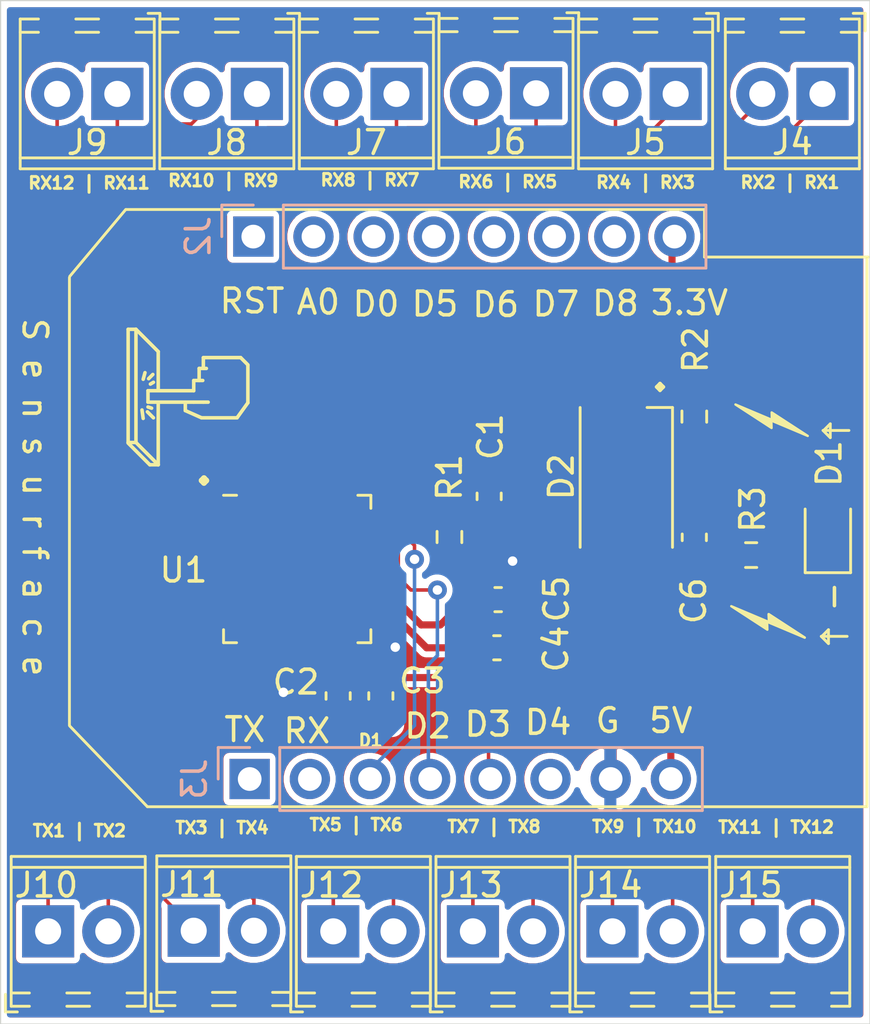
<source format=kicad_pcb>
(kicad_pcb (version 20171130) (host pcbnew "(5.1.10)-1")
  (layers (0 F.Cu signal) (31 B.Cu signal) (34 B.Paste user) (35 F.Paste user) (36 B.SilkS user) (37 F.SilkS user) (38 B.Mask user) (39 F.Mask user) (44 Edge.Cuts user))
  (net 0 "")
  (net 1 VDDA)
  (net 2 GND)
  (net 3 VCC)
  (net 4 "Net-(C6-Pad1)")
  (net 5 GPIO15)
  (net 6 GPIO13)
  (net 7 GPIO12)
  (net 8 GPIO14)
  (net 9 GPIO16)
  (net 10 ADC0)
  (net 11 RST)
  (net 12 RX12)
  (net 13 RX11)
  (net 14 RX10)
  (net 15 RX9)
  (net 16 RX8)
  (net 17 RX7)
  (net 18 RX6)
  (net 19 RX5)
  (net 20 RX4)
  (net 21 RX3)
  (net 22 RX2)
  (net 23 RX1)
  (net 24 5V)
  (net 25 GPIO2)
  (net 26 GPIO0)
  (net 27 SDA)
  (net 28 GPIO3)
  (net 29 GPIO1)
  (net 30 TX12)
  (net 31 TX11)
  (net 32 TX10)
  (net 33 TX9)
  (net 34 TX8)
  (net 35 TX7)
  (net 36 TX6)
  (net 37 TX5)
  (net 38 TX4)
  (net 39 TX3)
  (net 40 TX2)
  (net 41 TX1)
  (net 42 SDL)
  (net 43 "Net-(U1-Pad32)")
  (net 44 "Net-(U1-Pad31)")
  (net 45 "Net-(U1-Pad30)")
  (net 46 "Net-(U1-Pad29)")
  (net 47 "Net-(U1-Pad22)")
  (net 48 "Net-(U1-Pad21)")
  (net 49 "Net-(U1-Pad20)")
  (net 50 "Net-(U1-Pad19)")
  (net 51 "Net-(U1-Pad18)")
  (net 52 "Net-(U1-Pad17)")
  (net 53 "Net-(U1-Pad16)")
  (net 54 "Net-(U1-Pad15)")
  (net 55 "Net-(U1-Pad14)")
  (net 56 "Net-(D2-Pad1)")
  (net 57 "Net-(D2-Pad3)")
  (net 58 "Net-(D1-Pad1)")
  (net 59 "Net-(C2-Pad2)")
  (net 60 "Net-(C4-Pad1)")
  (module Capacitor_SMD:C_0603_1608Metric (layer F.Cu) (at 162.306 44.1198)
    (fp_text reference C5 (at 2.4638 -0.0254 90) (layer F.SilkS))
    (fp_text value C_Dummy)
    (pad 2 smd roundrect (at 0.775 0) (size 0.9 0.95) (layers F.Cu F.Paste F.Mask) (net 2 GND))
    (pad 1 smd roundrect (at -0.775 0) (size 0.9 0.95) (layers F.Cu F.Paste F.Mask) (net 3 VCC))
  )
  (module Package_DFN_QFN:QFN-48-1EP_6x6mm_P0.4mm_EP4.2x4.2mm (layer F.Cu) (at 153.8224 42.8274)
    (fp_text reference U1 (at -4.8006 0.0478) (layer F.SilkS))
    (fp_text value FT5316DME)
    (pad 49 smd rect (at 0 0) (size 4.2 4.2) (layers F.Cu F.Mask) (net 2 GND))
    (pad 48 smd roundrect (at -2.2 -2.95) (size 0.2 0.85) (layers F.Cu F.Paste F.Mask) (net 12 RX12))
    (pad 47 smd roundrect (at -1.8 -2.95) (size 0.2 0.85) (layers F.Cu F.Paste F.Mask) (net 13 RX11))
    (pad 46 smd roundrect (at -1.4 -2.95) (size 0.2 0.85) (layers F.Cu F.Paste F.Mask) (net 14 RX10))
    (pad 45 smd roundrect (at -1 -2.95) (size 0.2 0.85) (layers F.Cu F.Paste F.Mask) (net 15 RX9))
    (pad 44 smd roundrect (at -0.6 -2.95) (size 0.2 0.85) (layers F.Cu F.Paste F.Mask) (net 16 RX8))
    (pad 43 smd roundrect (at -0.2 -2.95) (size 0.2 0.85) (layers F.Cu F.Paste F.Mask) (net 17 RX7))
    (pad 42 smd roundrect (at 0.2 -2.95) (size 0.2 0.85) (layers F.Cu F.Paste F.Mask) (net 18 RX6))
    (pad 41 smd roundrect (at 0.6 -2.95) (size 0.2 0.85) (layers F.Cu F.Paste F.Mask) (net 19 RX5))
    (pad 40 smd roundrect (at 1 -2.95) (size 0.2 0.85) (layers F.Cu F.Paste F.Mask) (net 20 RX4))
    (pad 39 smd roundrect (at 1.4 -2.95) (size 0.2 0.85) (layers F.Cu F.Paste F.Mask) (net 21 RX3))
    (pad 38 smd roundrect (at 1.8 -2.95) (size 0.2 0.85) (layers F.Cu F.Paste F.Mask) (net 22 RX2))
    (pad 37 smd roundrect (at 2.2 -2.95) (size 0.2 0.85) (layers F.Cu F.Paste F.Mask) (net 23 RX1))
    (pad 36 smd roundrect (at 2.95 -2.2) (size 0.85 0.2) (layers F.Cu F.Paste F.Mask) (net 1 VDDA))
    (pad 35 smd roundrect (at 2.95 -1.8) (size 0.85 0.2) (layers F.Cu F.Paste F.Mask) (net 3 VCC))
    (pad 34 smd roundrect (at 2.95 -1.4) (size 0.85 0.2) (layers F.Cu F.Paste F.Mask) (net 42 SDL))
    (pad 33 smd roundrect (at 2.95 -1) (size 0.85 0.2) (layers F.Cu F.Paste F.Mask) (net 27 SDA))
    (pad 32 smd roundrect (at 2.95 -0.6) (size 0.85 0.2) (layers F.Cu F.Paste F.Mask) (net 43 "Net-(U1-Pad32)"))
    (pad 31 smd roundrect (at 2.95 -0.2) (size 0.85 0.2) (layers F.Cu F.Paste F.Mask) (net 44 "Net-(U1-Pad31)"))
    (pad 30 smd roundrect (at 2.95 0.2) (size 0.85 0.2) (layers F.Cu F.Paste F.Mask) (net 45 "Net-(U1-Pad30)"))
    (pad 29 smd roundrect (at 2.95 0.6) (size 0.85 0.2) (layers F.Cu F.Paste F.Mask) (net 46 "Net-(U1-Pad29)"))
    (pad 28 smd roundrect (at 2.95 1) (size 0.85 0.2) (layers F.Cu F.Paste F.Mask) (net 3 VCC))
    (pad 27 smd roundrect (at 2.95 1.4) (size 0.85 0.2) (layers F.Cu F.Paste F.Mask) (net 60 "Net-(C4-Pad1)"))
    (pad 26 smd roundrect (at 2.95 1.8) (size 0.85 0.2) (layers F.Cu F.Paste F.Mask) (net 2 GND))
    (pad 25 smd roundrect (at 2.95 2.2) (size 0.85 0.2) (layers F.Cu F.Paste F.Mask) (net 2 GND))
    (pad 24 smd roundrect (at 2.2 2.95) (size 0.2 0.85) (layers F.Cu F.Paste F.Mask) (net 3 VCC))
    (pad 23 smd roundrect (at 1.8 2.95) (size 0.2 0.85) (layers F.Cu F.Paste F.Mask) (net 59 "Net-(C2-Pad2)"))
    (pad 22 smd roundrect (at 1.4 2.95) (size 0.2 0.85) (layers F.Cu F.Paste F.Mask) (net 47 "Net-(U1-Pad22)"))
    (pad 21 smd roundrect (at 1 2.95) (size 0.2 0.85) (layers F.Cu F.Paste F.Mask) (net 48 "Net-(U1-Pad21)"))
    (pad 20 smd roundrect (at 0.6 2.95) (size 0.2 0.85) (layers F.Cu F.Paste F.Mask) (net 49 "Net-(U1-Pad20)"))
    (pad 19 smd roundrect (at 0.2 2.95) (size 0.2 0.85) (layers F.Cu F.Paste F.Mask) (net 50 "Net-(U1-Pad19)"))
    (pad 18 smd roundrect (at -0.2 2.95) (size 0.2 0.85) (layers F.Cu F.Paste F.Mask) (net 51 "Net-(U1-Pad18)"))
    (pad 17 smd roundrect (at -0.6 2.95) (size 0.2 0.85) (layers F.Cu F.Paste F.Mask) (net 52 "Net-(U1-Pad17)"))
    (pad 16 smd roundrect (at -1 2.95) (size 0.2 0.85) (layers F.Cu F.Paste F.Mask) (net 53 "Net-(U1-Pad16)"))
    (pad 15 smd roundrect (at -1.4 2.95) (size 0.2 0.85) (layers F.Cu F.Paste F.Mask) (net 54 "Net-(U1-Pad15)"))
    (pad 14 smd roundrect (at -1.8 2.95) (size 0.2 0.85) (layers F.Cu F.Paste F.Mask) (net 55 "Net-(U1-Pad14)"))
    (pad 13 smd roundrect (at -2.2 2.95) (size 0.2 0.85) (layers F.Cu F.Paste F.Mask) (net 30 TX12))
    (pad 12 smd roundrect (at -2.95 2.2) (size 0.85 0.2) (layers F.Cu F.Paste F.Mask) (net 31 TX11))
    (pad 11 smd roundrect (at -2.95 1.8) (size 0.85 0.2) (layers F.Cu F.Paste F.Mask) (net 32 TX10))
    (pad 10 smd roundrect (at -2.95 1.4) (size 0.85 0.2) (layers F.Cu F.Paste F.Mask) (net 33 TX9))
    (pad 9 smd roundrect (at -2.95 1) (size 0.85 0.2) (layers F.Cu F.Paste F.Mask) (net 34 TX8))
    (pad 8 smd roundrect (at -2.95 0.6) (size 0.85 0.2) (layers F.Cu F.Paste F.Mask) (net 35 TX7))
    (pad 7 smd roundrect (at -2.95 0.2) (size 0.85 0.2) (layers F.Cu F.Paste F.Mask) (net 36 TX6))
    (pad 6 smd roundrect (at -2.95 -0.2) (size 0.85 0.2) (layers F.Cu F.Paste F.Mask) (net 37 TX5))
    (pad 5 smd roundrect (at -2.95 -0.6) (size 0.85 0.2) (layers F.Cu F.Paste F.Mask) (net 38 TX4))
    (pad 4 smd roundrect (at -2.95 -1) (size 0.85 0.2) (layers F.Cu F.Paste F.Mask) (net 39 TX3))
    (pad 3 smd roundrect (at -2.95 -1.4) (size 0.85 0.2) (layers F.Cu F.Paste F.Mask) (net 40 TX2))
    (pad 2 smd roundrect (at -2.95 -1.8) (size 0.85 0.2) (layers F.Cu F.Paste F.Mask) (net 41 TX1))
    (pad 1 smd roundrect (at -2.95 -2.2) (size 0.85 0.2) (layers F.Cu F.Paste F.Mask) (net 2 GND))
  )
  (module Connector_PinHeader_2.54mm:PinHeader_1x08_P2.54mm_Vertical (layer B.Cu) (at 151.9682 28.8036 270)
    (fp_text reference J2 (at 0 2.33 270) (layer B.SilkS) (effects (justify mirror)))
    (fp_text value Conn_01x08_MountingPin)
    (pad 8 thru_hole oval (at 0 -17.78 270) (size 1.7 1.7) (drill 1) (layers *.Cu *.Mask) (net 3 VCC))
    (pad 7 thru_hole oval (at 0 -15.24 270) (size 1.7 1.7) (drill 1) (layers *.Cu *.Mask) (net 5 GPIO15))
    (pad 6 thru_hole oval (at 0 -12.7 270) (size 1.7 1.7) (drill 1) (layers *.Cu *.Mask) (net 6 GPIO13))
    (pad 5 thru_hole oval (at 0 -10.16 270) (size 1.7 1.7) (drill 1) (layers *.Cu *.Mask) (net 7 GPIO12))
    (pad 4 thru_hole oval (at 0 -7.62 270) (size 1.7 1.7) (drill 1) (layers *.Cu *.Mask) (net 8 GPIO14))
    (pad 3 thru_hole oval (at 0 -5.08 270) (size 1.7 1.7) (drill 1) (layers *.Cu *.Mask) (net 9 GPIO16))
    (pad 2 thru_hole oval (at 0 -2.54 270) (size 1.7 1.7) (drill 1) (layers *.Cu *.Mask) (net 10 ADC0))
    (pad 1 thru_hole rect (at 0 0 270) (size 1.7 1.7) (drill 1) (layers *.Cu *.Mask) (net 11 RST))
  )
  (module Resistor_SMD:R_0603_1608Metric (layer F.Cu) (at 172.9862 42.2402)
    (fp_text reference R3 (at 0.064 -1.9304 90) (layer F.SilkS))
    (fp_text value 220)
    (pad 2 smd roundrect (at 0.825 0) (size 0.8 0.95) (layers F.Cu F.Paste F.Mask) (net 58 "Net-(D1-Pad1)"))
    (pad 1 smd roundrect (at -0.825 0) (size 0.8 0.95) (layers F.Cu F.Paste F.Mask) (net 2 GND))
  )
  (module "COMPONENT LIB:TerminalBlock_Phoenix_MPT-0,5-2-2.54_1x02_P2.54mm_Horizontal" (layer F.Cu) (at 173.0502 58.1152)
    (fp_text reference J15 (at -0.0762 -1.9502) (layer F.SilkS))
    (fp_text value Conn_01x02_Female)
    (pad 2 thru_hole circle (at 2.54 0) (size 2.2 2.2) (drill 1.1) (layers *.Cu *.Mask) (net 30 TX12))
    (pad 1 thru_hole rect (at 0 0) (size 2.2 2.2) (drill 1.1) (layers *.Cu *.Mask) (net 31 TX11))
  )
  (module "COMPONENT LIB:TerminalBlock_Phoenix_MPT-0,5-2-2.54_1x02_P2.54mm_Horizontal" (layer F.Cu) (at 167.132 58.1152)
    (fp_text reference J14 (at -0.0762 -1.9502) (layer F.SilkS))
    (fp_text value Conn_01x02_Female)
    (pad 2 thru_hole circle (at 2.54 0) (size 2.2 2.2) (drill 1.1) (layers *.Cu *.Mask) (net 32 TX10))
    (pad 1 thru_hole rect (at 0 0) (size 2.2 2.2) (drill 1.1) (layers *.Cu *.Mask) (net 33 TX9))
  )
  (module "COMPONENT LIB:TerminalBlock_Phoenix_MPT-0,5-2-2.54_1x02_P2.54mm_Horizontal" (layer F.Cu) (at 161.2392 58.1152)
    (fp_text reference J13 (at -0.0762 -1.9502) (layer F.SilkS))
    (fp_text value Conn_01x02_Female)
    (pad 2 thru_hole circle (at 2.54 0) (size 2.2 2.2) (drill 1.1) (layers *.Cu *.Mask) (net 34 TX8))
    (pad 1 thru_hole rect (at 0 0) (size 2.2 2.2) (drill 1.1) (layers *.Cu *.Mask) (net 35 TX7))
  )
  (module "COMPONENT LIB:TerminalBlock_Phoenix_MPT-0,5-2-2.54_1x02_P2.54mm_Horizontal" (layer F.Cu) (at 155.3464 58.1152)
    (fp_text reference J12 (at -0.0762 -1.9502) (layer F.SilkS))
    (fp_text value Conn_01x02_Female)
    (pad 2 thru_hole circle (at 2.54 0) (size 2.2 2.2) (drill 1.1) (layers *.Cu *.Mask) (net 36 TX6))
    (pad 1 thru_hole rect (at 0 0) (size 2.2 2.2) (drill 1.1) (layers *.Cu *.Mask) (net 37 TX5))
  )
  (module "COMPONENT LIB:TerminalBlock_Phoenix_MPT-0,5-2-2.54_1x02_P2.54mm_Horizontal" (layer F.Cu) (at 149.4536 58.0898)
    (fp_text reference J11 (at -0.0762 -1.9502) (layer F.SilkS))
    (fp_text value Conn_01x02_Female)
    (pad 2 thru_hole circle (at 2.54 0) (size 2.2 2.2) (drill 1.1) (layers *.Cu *.Mask) (net 38 TX4))
    (pad 1 thru_hole rect (at 0 0) (size 2.2 2.2) (drill 1.1) (layers *.Cu *.Mask) (net 39 TX3))
  )
  (module "COMPONENT LIB:TerminalBlock_Phoenix_MPT-0,5-2-2.54_1x02_P2.54mm_Horizontal" (layer F.Cu) (at 143.3068 58.1152)
    (fp_text reference J10 (at -0.0762 -1.9502) (layer F.SilkS))
    (fp_text value Conn_01x02_Female)
    (pad 2 thru_hole circle (at 2.54 0) (size 2.2 2.2) (drill 1.1) (layers *.Cu *.Mask) (net 40 TX2))
    (pad 1 thru_hole rect (at 0 0) (size 2.2 2.2) (drill 1.1) (layers *.Cu *.Mask) (net 41 TX1))
  )
  (module "COMPONENT LIB:TerminalBlock_Phoenix_MPT-0,5-2-2.54_1x02_P2.54mm_Horizontal" (layer F.Cu) (at 146.2278 22.7838 180)
    (fp_text reference J9 (at 1.27 -2.0518) (layer F.SilkS))
    (fp_text value Conn_01x02_Female)
    (pad 2 thru_hole circle (at 2.54 0 180) (size 2.2 2.2) (drill 1.1) (layers *.Cu *.Mask) (net 12 RX12))
    (pad 1 thru_hole rect (at 0 0 180) (size 2.2 2.2) (drill 1.1) (layers *.Cu *.Mask) (net 13 RX11))
  )
  (module "COMPONENT LIB:TerminalBlock_Phoenix_MPT-0,5-2-2.54_1x02_P2.54mm_Horizontal" (layer F.Cu) (at 152.1206 22.7838 180)
    (fp_text reference J8 (at 1.27 -2.0518) (layer F.SilkS))
    (fp_text value Conn_01x02_Female)
    (pad 2 thru_hole circle (at 2.54 0 180) (size 2.2 2.2) (drill 1.1) (layers *.Cu *.Mask) (net 14 RX10))
    (pad 1 thru_hole rect (at 0 0 180) (size 2.2 2.2) (drill 1.1) (layers *.Cu *.Mask) (net 15 RX9))
  )
  (module "COMPONENT LIB:TerminalBlock_Phoenix_MPT-0,5-2-2.54_1x02_P2.54mm_Horizontal" (layer F.Cu) (at 158.0134 22.7838 180)
    (fp_text reference J7 (at 1.27 -2.0518) (layer F.SilkS))
    (fp_text value Conn_01x02_Female)
    (pad 2 thru_hole circle (at 2.54 0 180) (size 2.2 2.2) (drill 1.1) (layers *.Cu *.Mask) (net 16 RX8))
    (pad 1 thru_hole rect (at 0 0 180) (size 2.2 2.2) (drill 1.1) (layers *.Cu *.Mask) (net 17 RX7))
  )
  (module "COMPONENT LIB:TerminalBlock_Phoenix_MPT-0,5-2-2.54_1x02_P2.54mm_Horizontal" (layer F.Cu) (at 163.9062 22.7584 180)
    (fp_text reference J6 (at 1.27 -2.0518) (layer F.SilkS))
    (fp_text value Conn_01x02_Female)
    (pad 2 thru_hole circle (at 2.54 0 180) (size 2.2 2.2) (drill 1.1) (layers *.Cu *.Mask) (net 18 RX6))
    (pad 1 thru_hole rect (at 0 0 180) (size 2.2 2.2) (drill 1.1) (layers *.Cu *.Mask) (net 19 RX5))
  )
  (module "COMPONENT LIB:TerminalBlock_Phoenix_MPT-0,5-2-2.54_1x02_P2.54mm_Horizontal" (layer F.Cu) (at 169.799 22.7838 180)
    (fp_text reference J5 (at 1.27 -2.0518) (layer F.SilkS))
    (fp_text value Conn_01x02_Female)
    (pad 2 thru_hole circle (at 2.54 0 180) (size 2.2 2.2) (drill 1.1) (layers *.Cu *.Mask) (net 20 RX4))
    (pad 1 thru_hole rect (at 0 0 180) (size 2.2 2.2) (drill 1.1) (layers *.Cu *.Mask) (net 21 RX3))
  )
  (module "COMPONENT LIB:TerminalBlock_Phoenix_MPT-0,5-2-2.54_1x02_P2.54mm_Horizontal" (layer F.Cu) (at 175.9966 22.7838 180)
    (fp_text reference J4 (at 1.27 -2.0518) (layer F.SilkS))
    (fp_text value Conn_01x02_Female)
    (pad 2 thru_hole circle (at 2.54 0 180) (size 2.2 2.2) (drill 1.1) (layers *.Cu *.Mask) (net 22 RX2))
    (pad 1 thru_hole rect (at 0 0 180) (size 2.2 2.2) (drill 1.1) (layers *.Cu *.Mask) (net 23 RX1))
  )
  (module LED_SMD:LED_SK6812MINI_PLCC4_3.5x3.5mm_P1.75mm (layer F.Cu) (at 167.7162 38.9636 90)
    (fp_text reference D2 (at 0.0254 -2.7432 90) (layer F.SilkS))
    (fp_text value SK6812MINI)
    (pad 1 smd rect (at -1.75 -0.875 90) (size 1.6 0.85) (layers F.Cu F.Paste F.Mask) (net 56 "Net-(D2-Pad1)"))
    (pad 2 smd rect (at -1.75 0.875 90) (size 1.6 0.85) (layers F.Cu F.Paste F.Mask) (net 4 "Net-(C6-Pad1)"))
    (pad 4 smd rect (at 1.75 -0.875 90) (size 1.6 0.85) (layers F.Cu F.Paste F.Mask) (net 24 5V))
    (pad 3 smd rect (at 1.75 0.875 90) (size 1.6 0.85) (layers F.Cu F.Paste F.Mask) (net 57 "Net-(D2-Pad3)"))
  )
  (module Resistor_SMD:R_0603_1608Metric (layer F.Cu) (at 170.5864 36.3982 90)
    (fp_text reference R2 (at 2.8194 0.0508 90) (layer F.SilkS))
    (fp_text value 470)
    (pad 2 smd roundrect (at 0.825 0 90) (size 0.8 0.95) (layers F.Cu F.Paste F.Mask) (net 26 GPIO0))
    (pad 1 smd roundrect (at -0.825 0 90) (size 0.8 0.95) (layers F.Cu F.Paste F.Mask) (net 57 "Net-(D2-Pad3)"))
  )
  (module Resistor_SMD:R_0603_1608Metric (layer F.Cu) (at 160.2486 41.4782 270)
    (fp_text reference R1 (at -2.5146 0 270) (layer F.SilkS))
    (fp_text value 330)
    (pad 2 smd roundrect (at 0.825 0 270) (size 0.8 0.95) (layers F.Cu F.Paste F.Mask) (net 3 VCC))
    (pad 1 smd roundrect (at -0.825 0 270) (size 0.8 0.95) (layers F.Cu F.Paste F.Mask) (net 1 VDDA))
  )
  (module Connector_PinHeader_2.54mm:PinHeader_1x08_P2.54mm_Vertical (layer B.Cu) (at 151.8158 51.689 270)
    (fp_text reference J3 (at 0 2.33 270) (layer B.SilkS) (effects (justify mirror)))
    (fp_text value Conn_01x08_MountingPin)
    (pad 8 thru_hole oval (at 0 -17.78 270) (size 1.7 1.7) (drill 1) (layers *.Cu *.Mask) (net 24 5V))
    (pad 7 thru_hole oval (at 0 -15.24 270) (size 1.7 1.7) (drill 1) (layers *.Cu *.Mask) (net 2 GND))
    (pad 6 thru_hole oval (at 0 -12.7 270) (size 1.7 1.7) (drill 1) (layers *.Cu *.Mask) (net 25 GPIO2))
    (pad 5 thru_hole oval (at 0 -10.16 270) (size 1.7 1.7) (drill 1) (layers *.Cu *.Mask) (net 26 GPIO0))
    (pad 4 thru_hole oval (at 0 -7.62 270) (size 1.7 1.7) (drill 1) (layers *.Cu *.Mask) (net 27 SDA))
    (pad 3 thru_hole oval (at 0 -5.08 270) (size 1.7 1.7) (drill 1) (layers *.Cu *.Mask) (net 42 SDL))
    (pad 2 thru_hole oval (at 0 -2.54 270) (size 1.7 1.7) (drill 1) (layers *.Cu *.Mask) (net 28 GPIO3))
    (pad 1 thru_hole rect (at 0 0 270) (size 1.7 1.7) (drill 1) (layers *.Cu *.Mask) (net 29 GPIO1))
  )
  (module LED_SMD:LED_0805_2012Metric (layer F.Cu) (at 176.2252 41.2981 90)
    (fp_text reference D1 (at 2.921 0.0508 90) (layer F.SilkS))
    (fp_text value GREEN_LED)
    (pad 2 smd roundrect (at 0.9375 0 90) (size 0.975 1.4) (layers F.Cu F.Paste F.Mask) (net 3 VCC))
    (pad 1 smd roundrect (at -0.9375 0 90) (size 0.975 1.4) (layers F.Cu F.Paste F.Mask) (net 58 "Net-(D1-Pad1)"))
  )
  (module Capacitor_SMD:C_0603_1608Metric (layer F.Cu) (at 170.5864 41.4912 270)
    (fp_text reference C6 (at 2.6794 0.0254 90) (layer F.SilkS))
    (fp_text value 1µF)
    (pad 2 smd roundrect (at 0.775 0 270) (size 0.9 0.95) (layers F.Cu F.Paste F.Mask) (net 2 GND))
    (pad 1 smd roundrect (at -0.775 0 270) (size 0.9 0.95) (layers F.Cu F.Paste F.Mask) (net 4 "Net-(C6-Pad1)"))
  )
  (module Capacitor_SMD:C_0603_1608Metric (layer F.Cu) (at 162.2552 46.1518)
    (fp_text reference C4 (at 2.4892 0.0508 90) (layer F.SilkS))
    (fp_text value "1 µF")
    (pad 2 smd roundrect (at 0.775 0) (size 0.9 0.95) (layers F.Cu F.Paste F.Mask) (net 2 GND))
    (pad 1 smd roundrect (at -0.775 0) (size 0.9 0.95) (layers F.Cu F.Paste F.Mask) (net 60 "Net-(C4-Pad1)"))
  )
  (module Capacitor_SMD:C_0603_1608Metric (layer F.Cu) (at 157.353 48.1838 270)
    (fp_text reference C3 (at -0.635 -1.7526) (layer F.SilkS))
    (fp_text value "1 µF")
    (pad 2 smd roundrect (at 0.775 0 270) (size 0.9 0.95) (layers F.Cu F.Paste F.Mask) (net 2 GND))
    (pad 1 smd roundrect (at -0.775 0 270) (size 0.9 0.95) (layers F.Cu F.Paste F.Mask) (net 3 VCC))
  )
  (module Capacitor_SMD:C_0603_1608Metric (layer F.Cu) (at 155.5496 48.1838 90)
    (fp_text reference C2 (at 0.5842 -1.778) (layer F.SilkS))
    (fp_text value "1 µF")
    (pad 2 smd roundrect (at 0.775 0 90) (size 0.9 0.95) (layers F.Cu F.Paste F.Mask) (net 59 "Net-(C2-Pad2)"))
    (pad 1 smd roundrect (at -0.775 0 90) (size 0.9 0.95) (layers F.Cu F.Paste F.Mask) (net 2 GND))
  )
  (module Capacitor_SMD:C_0603_1608Metric (layer F.Cu) (at 161.925 39.7634 270)
    (fp_text reference C1 (at -2.5146 -0.0508 90) (layer F.SilkS))
    (fp_text value "1 µF")
    (pad 2 smd roundrect (at 0.775 0 270) (size 0.9 0.95) (layers F.Cu F.Paste F.Mask) (net 1 VDDA))
    (pad 1 smd roundrect (at -0.775 0 270) (size 0.9 0.95) (layers F.Cu F.Paste F.Mask) (net 2 GND))
  )
  (gr_line (start 149.86 33.909) (end 151.4348 33.909) (layer F.SilkS) (width 0.15))
  (gr_line (start 151.4348 33.909) (end 151.7396 34.2138) (layer F.SilkS) (width 0.15))
  (gr_text "S e n s u r f a c e" (at 142.748 39.8018 -90) (layer F.SilkS) (effects (font (size 1 1))))
  (gr_line (start 147.955 38.4302) (end 147.0152 37.4904) (layer F.SilkS) (width 0.15))
  (gr_line (start 147.0152 32.7152) (end 147.0152 37.4904) (layer F.SilkS) (width 0.15))
  (gr_line (start 149.4536 35.306) (end 147.5232 35.306) (layer F.SilkS) (width 0.15))
  (gr_line (start 147.955 35.814) (end 147.955 38.4302) (layer F.SilkS) (width 0.15))
  (gr_line (start 147.5232 35.306) (end 147.5232 35.7886) (layer F.SilkS) (width 0.15))
  (gr_line (start 149.86 35.7886) (end 150.0632 35.7886) (layer F.SilkS) (width 0.15))
  (gr_line (start 149.4536 35.7886) (end 149.86 35.7886) (layer F.SilkS) (width 0.15))
  (gr_line (start 149.86 34.3662) (end 149.86 33.909) (layer F.SilkS) (width 0.15))
  (gr_line (start 149.4536 34.8742) (end 149.8346 34.8742) (layer F.SilkS) (width 0.15))
  (gr_line (start 147.955 35.2806) (end 147.955 33.655) (layer F.SilkS) (width 0.15))
  (gr_line (start 147.5232 35.7886) (end 149.4536 35.7886) (layer F.SilkS) (width 0.15))
  (gr_line (start 149.6822 34.3662) (end 149.987 34.3662) (layer F.SilkS) (width 0.15))
  (gr_line (start 149.6822 34.8742) (end 149.6822 34.3662) (layer F.SilkS) (width 0.15))
  (gr_line (start 147.955 33.655) (end 147.0152 32.7152) (layer F.SilkS) (width 0.15))
  (gr_line (start 149.4536 35.306) (end 149.4536 34.8742) (layer F.SilkS) (width 0.15))
  (gr_line (start 147.4978 36.195) (end 147.7518 36.449) (layer F.SilkS) (width 0.15))
  (gr_line (start 147.5232 35.9918) (end 147.6756 36.0426) (layer F.SilkS) (width 0.15))
  (gr_line (start 149.098 36.1442) (end 149.7838 36.449) (layer F.SilkS) (width 0.15))
  (gr_line (start 149.7838 36.449) (end 151.2824 36.449) (layer F.SilkS) (width 0.15))
  (gr_line (start 147.5994 38.4302) (end 146.685 37.5158) (layer F.SilkS) (width 0.15))
  (gr_line (start 147.955 38.4302) (end 147.5994 38.4302) (layer F.SilkS) (width 0.15))
  (gr_line (start 146.685 32.7152) (end 146.685 37.4904) (layer F.SilkS) (width 0.15))
  (gr_line (start 147.32 34.8234) (end 147.3962 34.544) (layer F.SilkS) (width 0.15))
  (gr_line (start 147.0152 32.7152) (end 146.685 32.7152) (layer F.SilkS) (width 0.15))
  (gr_line (start 147.6248 35.0266) (end 147.7518 34.9504) (layer F.SilkS) (width 0.15))
  (gr_line (start 147.2692 36.1188) (end 147.32 36.4744) (layer F.SilkS) (width 0.15))
  (gr_line (start 149.098 35.7886) (end 149.098 36.1442) (layer F.SilkS) (width 0.15))
  (gr_line (start 151.2824 36.449) (end 151.7396 35.814) (layer F.SilkS) (width 0.15))
  (gr_line (start 146.685 37.4904) (end 147.0152 37.4904) (layer F.SilkS) (width 0.15))
  (gr_line (start 147.5486 34.798) (end 147.7264 34.6202) (layer F.SilkS) (width 0.15))
  (gr_line (start 151.7396 35.814) (end 151.7396 34.2392) (layer F.SilkS) (width 0.15))
  (gr_text . (at 169.1386 33.909) (layer F.SilkS) (effects (font (size 3 3))))
  (gr_text ".\n" (at 168.8338 35.433) (layer F.Cu) (effects (font (size 3 3) (thickness 0.3))))
  (gr_text - (at 176.4284 43.9928 90) (layer F.SilkS) (effects (font (size 1 1))))
  (gr_poly (pts (xy 172.14651 44.397025) (xy 173.6598 45.0342) (xy 173.67051 45.387625)) (layer F.SilkS) (width 0.1))
  (gr_text . (at 149.8854 38.2778) (layer F.SilkS) (effects (font (size 2 2) (thickness 0.25))))
  (gr_line (start 146.5834 27.6606) (end 144.2212 30.48) (layer F.SilkS) (width 0.12))
  (gr_line (start 147.4978 52.8574) (end 144.2212 49.4538) (layer F.SilkS) (width 0.12))
  (gr_line (start 171.0182 29.6672) (end 171.0182 27.6606) (layer F.SilkS) (width 0.12))
  (gr_line (start 177.927 29.6672) (end 171.0182 29.6672) (layer F.SilkS) (width 0.12))
  (gr_line (start 147.4978 52.8574) (end 177.8762 52.8574) (layer F.SilkS) (width 0.12))
  (gr_line (start 144.2064 30.5308) (end 144.2064 49.4284) (layer F.SilkS) (width 0.12))
  (gr_line (start 177.8762 29.6926) (end 177.8762 52.8574) (layer F.SilkS) (width 0.12))
  (gr_line (start 146.6088 27.6606) (end 171.0436 27.6606) (layer F.SilkS) (width 0.12))
  (gr_poly (pts (xy 175.24929 45.722175) (xy 173.736 45.085) (xy 173.72529 44.731575)) (layer F.SilkS) (width 0.1))
  (gr_poly (pts (xy 172.32431 35.888025) (xy 173.8376 36.5252) (xy 173.84831 36.878625)) (layer F.SilkS) (width 0.1))
  (gr_poly (pts (xy 175.37629 37.213175) (xy 173.863 36.576) (xy 173.85229 36.222575)) (layer F.SilkS) (width 0.1))
  (gr_poly (pts (xy 175.24929 45.722175) (xy 173.736 45.085) (xy 173.72529 44.731575)) (layer F.SilkS) (width 0.1))
  (gr_line (start 176.3268 36.703) (end 176.0474 36.9824) (layer F.SilkS) (width 0.12))
  (gr_line (start 176.3268 37.2872) (end 176.3268 36.703) (layer F.SilkS) (width 0.12))
  (gr_line (start 177.1142 36.9824) (end 176.022 36.9824) (layer F.SilkS) (width 0.12))
  (gr_line (start 176.022 36.9824) (end 176.3268 37.2872) (layer F.SilkS) (width 0.12))
  (gr_line (start 176.2506 45.3898) (end 175.9712 45.6692) (layer F.SilkS) (width 0.12))
  (gr_line (start 176.2506 45.974) (end 176.2506 45.3898) (layer F.SilkS) (width 0.12))
  (gr_line (start 175.9458 45.6692) (end 176.2506 45.974) (layer F.SilkS) (width 0.12))
  (gr_line (start 177.038 45.6692) (end 175.9458 45.6692) (layer F.SilkS) (width 0.12))
  (gr_line (start 141.3002 62.0268) (end 178.0032 62.0268) (layer Edge.Cuts) (width 0.05))
  (gr_line (start 141.3002 18.8468) (end 141.3002 62.0268) (layer Edge.Cuts) (width 0.05))
  (gr_line (start 178.0032 18.8468) (end 141.3002 18.8468) (layer Edge.Cuts) (width 0.05))
  (gr_line (start 178.0032 62.0268) (end 178.0032 18.8468) (layer Edge.Cuts) (width 0.05))
  (gr_text D8 (at 167.259 31.623) (layer F.SilkS) (effects (font (size 1 1))))
  (gr_text 3.3V (at 170.3832 31.5976) (layer F.SilkS) (effects (font (size 1 1))))
  (gr_text D7 (at 164.7444 31.6484) (layer F.SilkS) (effects (font (size 1 1))))
  (gr_text D6 (at 162.2044 31.6738) (layer F.SilkS) (effects (font (size 1 1))))
  (gr_text D5 (at 159.639 31.6484) (layer F.SilkS) (effects (font (size 1 1))))
  (gr_text D0 (at 157.1498 31.6484) (layer F.SilkS) (effects (font (size 1 1))))
  (gr_text A0 (at 154.7114 31.5722) (layer F.SilkS) (effects (font (size 1 1))))
  (gr_text RST (at 151.9174 31.5214) (layer F.SilkS) (effects (font (size 1 1))))
  (gr_text TX (at 151.6126 49.6062) (layer F.SilkS) (effects (font (size 1 1))))
  (gr_text RX (at 154.2288 49.657) (layer F.SilkS) (effects (font (size 1 1))))
  (gr_text D1 (at 156.9212 50.0634) (layer F.SilkS) (effects (font (size 0.5 0.5) (thickness 0.125))))
  (gr_text D2 (at 159.3342 49.4538) (layer F.SilkS) (effects (font (size 1 1))))
  (gr_text D3 (at 161.8742 49.3776) (layer F.SilkS) (effects (font (size 1 1))))
  (gr_text D4 (at 164.4142 49.3014) (layer F.SilkS) (effects (font (size 1 1))))
  (gr_text G (at 166.9288 49.2252) (layer F.SilkS) (effects (font (size 1 1))))
  (gr_text 5V (at 169.5958 49.2252) (layer F.SilkS) (effects (font (size 1 1))))
  (gr_text "TX7 | TX8" (at 162.1282 53.6956) (layer F.SilkS) (effects (font (size 0.5 0.5) (thickness 0.125))))
  (gr_text "TX5 | TX6" (at 156.3116 53.6194) (layer F.SilkS) (effects (font (size 0.5 0.5) (thickness 0.125))))
  (gr_text "TX3 | TX4" (at 150.6474 53.7464) (layer F.SilkS) (effects (font (size 0.5 0.5) (thickness 0.125))))
  (gr_text "TX9 | TX10" (at 168.4782 53.6956) (layer F.SilkS) (effects (font (size 0.5 0.5) (thickness 0.125))))
  (gr_text "TX1 | TX2" (at 144.6276 53.8734) (layer F.SilkS) (effects (font (size 0.5 0.5) (thickness 0.125))))
  (gr_text "TX11 | TX12" (at 174.0408 53.721) (layer F.SilkS) (effects (font (size 0.5 0.5) (thickness 0.125))))
  (gr_text "RX12 | RX11" (at 145.034 26.543) (layer F.SilkS) (effects (font (size 0.5 0.5) (thickness 0.125))))
  (gr_text "RX10 | RX9" (at 150.6982 26.4414) (layer F.SilkS) (effects (font (size 0.5 0.5) (thickness 0.125))))
  (gr_text "RX8 | RX7" (at 156.8958 26.416) (layer F.SilkS) (effects (font (size 0.5 0.5) (thickness 0.125))))
  (gr_text "RX6 | RX5" (at 162.7124 26.4922) (layer F.SilkS) (effects (font (size 0.5 0.5) (thickness 0.125))))
  (gr_text "RX4 | RX3" (at 168.529 26.5176) (layer F.SilkS) (effects (font (size 0.5 0.5) (thickness 0.125))))
  (gr_text "RX2 | RX1" (at 174.625 26.5176) (layer F.SilkS) (effects (font (size 0.5 0.5) (thickness 0.125))))
  (segment (start 160.2228 40.6274) (end 160.2486 40.6532) (width 0.3) (layer F.Cu) (net 1))
  (segment (start 156.7724 40.6274) (end 160.2228 40.6274) (width 0.3) (layer F.Cu) (net 1))
  (segment (start 161.595 40.6532) (end 161.6834 40.7416) (width 0.3) (layer F.Cu) (net 1))
  (segment (start 160.2486 40.6532) (end 161.595 40.6532) (width 0.3) (layer F.Cu) (net 1))
  (segment (start 153.8254 42.8244) (end 153.8224 42.8274) (width 0.3) (layer F.Cu) (net 2))
  (segment (start 153.9748 42.8244) (end 153.8254 42.8244) (width 0.3) (layer F.Cu) (net 2))
  (segment (start 153.8224 43.1292) (end 153.8224 42.8274) (width 0.3) (layer F.Cu) (net 2))
  (segment (start 153.8224 42.8274) (end 153.8224 42.8752) (width 0.3) (layer F.Cu) (net 2))
  (segment (start 153.9748 43.5102) (end 153.9748 42.8244) (width 0.3) (layer B.Cu) (net 2))
  (via (at 157.9626 46.1264) (size 0.8) (drill 0.4) (layers F.Cu B.Cu) (net 2))
  (segment (start 153.8224 42.8274) (end 154.2072 42.8274) (width 0.15) (layer F.Cu) (net 2))
  (segment (start 156.7724 45.0274) (end 156.7724 44.6274) (width 0.15) (layer F.Cu) (net 2))
  (segment (start 151.6224 40.6274) (end 153.8224 42.8274) (width 0.3) (layer F.Cu) (net 2))
  (segment (start 150.8724 40.6274) (end 151.6224 40.6274) (width 0.3) (layer F.Cu) (net 2))
  (segment (start 155.7224 44.7274) (end 153.8224 42.8274) (width 0.3) (layer F.Cu) (net 2))
  (segment (start 156.6724 44.7274) (end 155.7224 44.7274) (width 0.3) (layer F.Cu) (net 2))
  (segment (start 156.7724 44.6274) (end 156.6724 44.7274) (width 0.3) (layer F.Cu) (net 2))
  (via (at 162.9156 42.4942) (size 0.8) (drill 0.4) (layers F.Cu B.Cu) (net 2))
  (via (at 153.2382 48.0314) (size 0.8) (drill 0.4) (layers F.Cu B.Cu) (net 2))
  (segment (start 155.6224 47.3546) (end 155.6258 47.358) (width 0.3) (layer F.Cu) (net 59))
  (segment (start 161.595 42.3032) (end 161.6834 42.2148) (width 0.3) (layer F.Cu) (net 3))
  (segment (start 160.2486 42.3032) (end 161.595 42.3032) (width 0.3) (layer F.Cu) (net 3))
  (segment (start 158.9728 41.0274) (end 160.2486 42.3032) (width 0.3) (layer F.Cu) (net 3))
  (segment (start 156.7724 41.0274) (end 158.9728 41.0274) (width 0.3) (layer F.Cu) (net 3))
  (segment (start 166.8412 37.2136) (end 166.8412 37.2136) (width 0.3) (layer F.Cu) (net 24))
  (segment (start 169.6466 32.258) (end 169.6466 29.464) (width 0.3) (layer F.Cu) (net 3))
  (segment (start 161.6834 42.2148) (end 161.6834 42.2148) (width 0.3) (layer F.Cu) (net 3))
  (segment (start 162.8902 41.008) (end 161.6834 42.2148) (width 0.3) (layer F.Cu) (net 3))
  (segment (start 162.8902 35.9664) (end 162.8902 41.008) (width 0.3) (layer F.Cu) (net 3))
  (segment (start 166.5986 32.258) (end 162.8902 35.9664) (width 0.3) (layer F.Cu) (net 3))
  (segment (start 169.6466 32.258) (end 166.5986 32.258) (width 0.3) (layer F.Cu) (net 3))
  (segment (start 161.6834 43.6626) (end 161.6834 42.2148) (width 0.3) (layer F.Cu) (net 3))
  (segment (start 176.2506 38.862) (end 169.6466 32.258) (width 0.3) (layer F.Cu) (net 3))
  (segment (start 176.2506 40.3606) (end 176.2506 38.862) (width 0.3) (layer F.Cu) (net 3))
  (segment (start 155.6224 45.7774) (end 155.6224 46.4786) (width 0.15) (layer F.Cu) (net 59))
  (segment (start 155.6224 47.336) (end 155.5496 47.4088) (width 0.3) (layer F.Cu) (net 59))
  (segment (start 155.6224 46.4786) (end 155.6224 47.336) (width 0.3) (layer F.Cu) (net 59))
  (segment (start 156.0224 45.7774) (end 156.0224 46.2944) (width 0.15) (layer F.Cu) (net 3))
  (segment (start 156.0224 46.2944) (end 156.1592 46.4312) (width 0.15) (layer F.Cu) (net 3))
  (segment (start 156.3754 46.4312) (end 157.353 47.4088) (width 0.3) (layer F.Cu) (net 3))
  (segment (start 156.1592 46.4312) (end 156.3754 46.4312) (width 0.3) (layer F.Cu) (net 3))
  (segment (start 156.7724 43.8274) (end 157.6956 43.8274) (width 0.15) (layer F.Cu) (net 3))
  (segment (start 157.6956 43.8274) (end 158.0388 44.1706) (width 0.15) (layer F.Cu) (net 3))
  (segment (start 159.0548 45.1866) (end 158.0388 44.1706) (width 0.3) (layer F.Cu) (net 3))
  (segment (start 159.8676 45.1866) (end 159.0548 45.1866) (width 0.3) (layer F.Cu) (net 3))
  (segment (start 160.9344 44.1198) (end 159.8676 45.1866) (width 0.3) (layer F.Cu) (net 3))
  (segment (start 161.531 44.1198) (end 160.9344 44.1198) (width 0.3) (layer F.Cu) (net 3))
  (segment (start 162.8902 41.008) (end 162.8902 41.021) (width 0.3) (layer F.Cu) (net 3))
  (segment (start 162.8902 41.021) (end 164.1348 42.2656) (width 0.3) (layer F.Cu) (net 3))
  (segment (start 164.1348 42.2656) (end 164.1348 46.5328) (width 0.3) (layer F.Cu) (net 3))
  (segment (start 163.2588 47.4088) (end 157.353 47.4088) (width 0.3) (layer F.Cu) (net 3))
  (segment (start 164.1348 46.5328) (end 163.2588 47.4088) (width 0.3) (layer F.Cu) (net 3))
  (segment (start 168.5938 40.7162) (end 168.5912 40.7136) (width 0.3) (layer F.Cu) (net 4))
  (segment (start 170.434 40.7162) (end 168.5938 40.7162) (width 0.3) (layer F.Cu) (net 4))
  (segment (start 143.6878 22.7838) (end 143.6878 25.1206) (width 0.15) (layer F.Cu) (net 12))
  (segment (start 143.6878 25.1206) (end 144.6784 26.1112) (width 0.15) (layer F.Cu) (net 12))
  (segment (start 144.6784 26.1112) (end 144.6784 32.1564) (width 0.15) (layer F.Cu) (net 12))
  (segment (start 151.6224 39.1004) (end 151.6224 39.8774) (width 0.15) (layer F.Cu) (net 12))
  (segment (start 144.6784 32.1564) (end 151.6224 39.1004) (width 0.15) (layer F.Cu) (net 12))
  (segment (start 152.0224 39.8774) (end 152.0224 38.967) (width 0.15) (layer F.Cu) (net 13))
  (segment (start 152.0224 38.967) (end 145.034 31.9786) (width 0.15) (layer F.Cu) (net 13))
  (segment (start 145.034 31.9786) (end 145.034 26.0858) (width 0.15) (layer F.Cu) (net 13))
  (segment (start 146.2278 24.892) (end 146.2278 22.7838) (width 0.15) (layer F.Cu) (net 13))
  (segment (start 145.034 26.0858) (end 146.2278 24.892) (width 0.15) (layer F.Cu) (net 13))
  (segment (start 152.4224 38.7828) (end 152.4224 39.8774) (width 0.15) (layer F.Cu) (net 14))
  (segment (start 145.4404 26.2382) (end 145.4404 31.8008) (width 0.15) (layer F.Cu) (net 14))
  (segment (start 145.4404 31.8008) (end 152.4224 38.7828) (width 0.15) (layer F.Cu) (net 14))
  (segment (start 147.6248 24.0538) (end 145.4404 26.2382) (width 0.15) (layer F.Cu) (net 14))
  (segment (start 149.352 24.0538) (end 147.6248 24.0538) (width 0.15) (layer F.Cu) (net 14))
  (segment (start 149.5806 23.8252) (end 149.352 24.0538) (width 0.15) (layer F.Cu) (net 14))
  (segment (start 149.5806 22.7838) (end 149.5806 23.8252) (width 0.15) (layer F.Cu) (net 14))
  (segment (start 152.1206 24.2062) (end 152.1206 22.7838) (width 0.15) (layer F.Cu) (net 15))
  (segment (start 151.9428 24.384) (end 152.1206 24.2062) (width 0.15) (layer F.Cu) (net 15))
  (segment (start 147.8534 24.384) (end 151.9428 24.384) (width 0.15) (layer F.Cu) (net 15))
  (segment (start 145.796 26.4414) (end 147.8534 24.384) (width 0.15) (layer F.Cu) (net 15))
  (segment (start 145.796 31.496) (end 145.796 26.4414) (width 0.15) (layer F.Cu) (net 15))
  (segment (start 152.8224 38.5224) (end 145.796 31.496) (width 0.15) (layer F.Cu) (net 15))
  (segment (start 152.8224 39.8774) (end 152.8224 38.5224) (width 0.15) (layer F.Cu) (net 15))
  (segment (start 148.0058 24.7396) (end 155.0162 24.7396) (width 0.15) (layer F.Cu) (net 16))
  (segment (start 146.177 26.5684) (end 148.0058 24.7396) (width 0.15) (layer F.Cu) (net 16))
  (segment (start 155.0162 24.7396) (end 155.4734 24.2824) (width 0.15) (layer F.Cu) (net 16))
  (segment (start 146.177 31.369) (end 146.177 26.5684) (width 0.15) (layer F.Cu) (net 16))
  (segment (start 153.2224 38.4144) (end 146.177 31.369) (width 0.15) (layer F.Cu) (net 16))
  (segment (start 155.4734 24.2824) (end 155.4734 22.7838) (width 0.15) (layer F.Cu) (net 16))
  (segment (start 153.2224 39.8774) (end 153.2224 38.4144) (width 0.15) (layer F.Cu) (net 16))
  (segment (start 153.6224 39.8774) (end 153.6224 38.3318) (width 0.15) (layer F.Cu) (net 17))
  (segment (start 153.6224 38.3318) (end 146.6088 31.3182) (width 0.15) (layer F.Cu) (net 17))
  (segment (start 146.6088 31.3182) (end 146.6088 26.6954) (width 0.15) (layer F.Cu) (net 17))
  (segment (start 146.6088 26.6954) (end 148.209 25.0952) (width 0.15) (layer F.Cu) (net 17))
  (segment (start 148.209 25.0952) (end 157.4546 25.0952) (width 0.15) (layer F.Cu) (net 17))
  (segment (start 158.0134 24.5364) (end 158.0134 22.7838) (width 0.15) (layer F.Cu) (net 17))
  (segment (start 157.4546 25.0952) (end 158.0134 24.5364) (width 0.15) (layer F.Cu) (net 17))
  (segment (start 161.3662 24.7396) (end 161.3662 22.7584) (width 0.15) (layer F.Cu) (net 18))
  (segment (start 148.3868 25.4762) (end 160.6296 25.4762) (width 0.15) (layer F.Cu) (net 18))
  (segment (start 147.0152 26.8478) (end 148.3868 25.4762) (width 0.15) (layer F.Cu) (net 18))
  (segment (start 147.0152 31.0896) (end 147.0152 26.8478) (width 0.15) (layer F.Cu) (net 18))
  (segment (start 154.0224 38.0968) (end 147.0152 31.0896) (width 0.15) (layer F.Cu) (net 18))
  (segment (start 160.6296 25.4762) (end 161.3662 24.7396) (width 0.15) (layer F.Cu) (net 18))
  (segment (start 154.0224 39.8774) (end 154.0224 38.0968) (width 0.15) (layer F.Cu) (net 18))
  (segment (start 163.9062 24.9174) (end 163.9062 22.7584) (width 0.15) (layer F.Cu) (net 19))
  (segment (start 162.9664 25.8572) (end 163.9062 24.9174) (width 0.15) (layer F.Cu) (net 19))
  (segment (start 148.6154 25.8572) (end 162.9664 25.8572) (width 0.15) (layer F.Cu) (net 19))
  (segment (start 147.4724 27.0002) (end 148.6154 25.8572) (width 0.15) (layer F.Cu) (net 19))
  (segment (start 147.447 27.0002) (end 147.4724 27.0002) (width 0.15) (layer F.Cu) (net 19))
  (segment (start 147.447 30.988) (end 147.447 27.0002) (width 0.15) (layer F.Cu) (net 19))
  (segment (start 154.4224 37.9634) (end 147.447 30.988) (width 0.15) (layer F.Cu) (net 19))
  (segment (start 154.4224 39.8774) (end 154.4224 37.9634) (width 0.15) (layer F.Cu) (net 19))
  (segment (start 166.3446 26.2382) (end 167.2336 25.3492) (width 0.15) (layer F.Cu) (net 20))
  (segment (start 167.2336 25.3492) (end 167.259 25.3492) (width 0.15) (layer F.Cu) (net 20))
  (segment (start 166.3192 26.2128) (end 166.3446 26.2382) (width 0.15) (layer F.Cu) (net 20))
  (segment (start 148.8694 26.2128) (end 166.3192 26.2128) (width 0.15) (layer F.Cu) (net 20))
  (segment (start 147.8534 27.2288) (end 148.8694 26.2128) (width 0.15) (layer F.Cu) (net 20))
  (segment (start 154.69859 37.63659) (end 154.69859 37.62999) (width 0.15) (layer F.Cu) (net 20))
  (segment (start 167.259 25.3492) (end 167.259 22.7838) (width 0.15) (layer F.Cu) (net 20))
  (segment (start 147.8534 30.7848) (end 147.8534 27.2288) (width 0.15) (layer F.Cu) (net 20))
  (segment (start 154.8224 37.7604) (end 154.69859 37.63659) (width 0.15) (layer F.Cu) (net 20))
  (segment (start 154.69859 37.62999) (end 147.8534 30.7848) (width 0.15) (layer F.Cu) (net 20))
  (segment (start 154.8224 39.8774) (end 154.8224 37.7604) (width 0.15) (layer F.Cu) (net 20))
  (segment (start 148.3106 30.6578) (end 155.2224 37.5696) (width 0.15) (layer F.Cu) (net 21))
  (segment (start 155.2224 37.5696) (end 155.2224 39.8774) (width 0.15) (layer F.Cu) (net 21))
  (segment (start 148.3106 27.4828) (end 148.3106 30.6578) (width 0.15) (layer F.Cu) (net 21))
  (segment (start 149.1996 26.5938) (end 148.3106 27.4828) (width 0.15) (layer F.Cu) (net 21))
  (segment (start 166.5478 26.5938) (end 149.1996 26.5938) (width 0.15) (layer F.Cu) (net 21))
  (segment (start 169.799 23.3426) (end 166.5478 26.5938) (width 0.15) (layer F.Cu) (net 21))
  (segment (start 169.799 22.7838) (end 169.799 23.3426) (width 0.15) (layer F.Cu) (net 21))
  (segment (start 168.3512 25.4508) (end 171.0182 25.4508) (width 0.15) (layer F.Cu) (net 22))
  (segment (start 166.751 27.051) (end 168.3512 25.4508) (width 0.15) (layer F.Cu) (net 22))
  (segment (start 148.7424 27.7622) (end 149.4536 27.051) (width 0.15) (layer F.Cu) (net 22))
  (segment (start 149.4536 27.051) (end 166.751 27.051) (width 0.15) (layer F.Cu) (net 22))
  (segment (start 148.7424 30.5562) (end 148.7424 27.7622) (width 0.15) (layer F.Cu) (net 22))
  (segment (start 171.0182 25.4508) (end 173.6344 22.8346) (width 0.15) (layer F.Cu) (net 22))
  (segment (start 155.6224 37.4362) (end 148.7424 30.5562) (width 0.15) (layer F.Cu) (net 22))
  (segment (start 155.6224 39.8774) (end 155.6224 37.4362) (width 0.15) (layer F.Cu) (net 22))
  (segment (start 156.0224 38.1098) (end 156.0224 37.9574) (width 0.15) (layer F.Cu) (net 23))
  (segment (start 156.0224 39.8774) (end 156.0224 38.1098) (width 0.15) (layer F.Cu) (net 23))
  (segment (start 156.0224 37.252) (end 156.0224 38.1098) (width 0.15) (layer F.Cu) (net 23))
  (segment (start 149.7076 27.4828) (end 149.1742 28.0162) (width 0.15) (layer F.Cu) (net 23))
  (segment (start 149.1742 28.0162) (end 149.1742 30.4038) (width 0.15) (layer F.Cu) (net 23))
  (segment (start 166.9796 27.4828) (end 149.7076 27.4828) (width 0.15) (layer F.Cu) (net 23))
  (segment (start 168.5798 25.8826) (end 166.9796 27.4828) (width 0.15) (layer F.Cu) (net 23))
  (segment (start 149.1742 30.4038) (end 156.0224 37.252) (width 0.15) (layer F.Cu) (net 23))
  (segment (start 173.1264 25.8826) (end 168.5798 25.8826) (width 0.15) (layer F.Cu) (net 23))
  (segment (start 176.1744 22.8346) (end 173.1264 25.8826) (width 0.15) (layer F.Cu) (net 23))
  (segment (start 165.7096 42.3418) (end 169.5958 46.228) (width 0.3) (layer F.Cu) (net 24))
  (segment (start 165.7096 37.9222) (end 165.7096 42.3418) (width 0.3) (layer F.Cu) (net 24))
  (segment (start 166.4182 37.2136) (end 165.7096 37.9222) (width 0.3) (layer F.Cu) (net 24))
  (segment (start 166.8412 37.2136) (end 166.4182 37.2136) (width 0.3) (layer F.Cu) (net 24))
  (segment (start 169.5958 51.689) (end 169.5958 46.228) (width 0.3) (layer F.Cu) (net 24))
  (segment (start 165.7726 35.5732) (end 170.4086 35.5732) (width 0.15) (layer F.Cu) (net 26))
  (segment (start 165.6964 35.5732) (end 165.7726 35.5732) (width 0.15) (layer F.Cu) (net 26))
  (segment (start 163.6522 48.4378) (end 164.8968 47.1932) (width 0.15) (layer F.Cu) (net 26))
  (segment (start 164.8968 47.1932) (end 164.8968 36.3728) (width 0.15) (layer F.Cu) (net 26))
  (segment (start 162.618722 48.4378) (end 163.6522 48.4378) (width 0.15) (layer F.Cu) (net 26))
  (segment (start 162.3822 48.6664) (end 162.390122 48.6664) (width 0.15) (layer F.Cu) (net 26))
  (segment (start 162.390122 48.6664) (end 162.618722 48.4378) (width 0.15) (layer F.Cu) (net 26))
  (segment (start 161.8996 49.149) (end 162.3822 48.6664) (width 0.15) (layer F.Cu) (net 26))
  (segment (start 164.8968 36.3728) (end 165.6964 35.5732) (width 0.15) (layer F.Cu) (net 26))
  (segment (start 161.8996 51.3842) (end 161.8996 49.149) (width 0.15) (layer F.Cu) (net 26))
  (segment (start 156.7724 41.8274) (end 157.1974 41.8274) (width 0.15) (layer F.Cu) (net 27))
  (segment (start 157.1974 41.8274) (end 157.2038 41.8338) (width 0.15) (layer F.Cu) (net 27))
  (segment (start 157.2038 41.8338) (end 157.7594 41.8338) (width 0.15) (layer F.Cu) (net 27))
  (segment (start 157.7594 41.8338) (end 157.8356 41.8338) (width 0.15) (layer F.Cu) (net 27))
  (segment (start 157.8356 41.8338) (end 158.0896 42.0878) (width 0.15) (layer F.Cu) (net 27))
  (segment (start 158.0896 42.0878) (end 158.0896 43.18) (width 0.15) (layer F.Cu) (net 27))
  (segment (start 158.0896 43.18) (end 158.623 43.7134) (width 0.15) (layer F.Cu) (net 27))
  (segment (start 158.623 43.7134) (end 159.7406 43.7134) (width 0.15) (layer F.Cu) (net 27))
  (segment (start 159.7406 43.7134) (end 159.7406 43.7134) (width 0.15) (layer F.Cu) (net 27))
  (segment (start 159.7406 51.0032) (end 159.3596 51.3842) (width 0.15) (layer B.Cu) (net 27))
  (segment (start 159.3596 46.863) (end 159.7406 46.482) (width 0.15) (layer B.Cu) (net 27))
  (segment (start 159.3596 51.3842) (end 159.3596 46.863) (width 0.15) (layer B.Cu) (net 27))
  (via (at 159.7406 43.7134) (size 0.8) (drill 0.4) (layers F.Cu B.Cu) (net 27))
  (segment (start 159.7406 46.482) (end 159.7406 43.7134) (width 0.15) (layer B.Cu) (net 27))
  (segment (start 175.475202 58.1152) (end 175.5902 58.1152) (width 0.15) (layer F.Cu) (net 30))
  (segment (start 151.6224 47.7422) (end 151.2951 48.0695) (width 0.15) (layer F.Cu) (net 30))
  (segment (start 151.6224 45.7774) (end 151.6224 47.7422) (width 0.15) (layer F.Cu) (net 30))
  (segment (start 151.638 47.7266) (end 151.2951 48.0695) (width 0.15) (layer F.Cu) (net 30))
  (segment (start 149.4536 52.6542) (end 149.4536 49.911) (width 0.15) (layer F.Cu) (net 30))
  (segment (start 149.4536 49.911) (end 151.2951 48.0695) (width 0.15) (layer F.Cu) (net 30))
  (segment (start 150.0124 53.213) (end 149.4536 52.6542) (width 0.15) (layer F.Cu) (net 30))
  (segment (start 167.6908 53.213) (end 150.0124 53.213) (width 0.15) (layer F.Cu) (net 30))
  (segment (start 169.672 55.1942) (end 167.6908 53.213) (width 0.15) (layer F.Cu) (net 30))
  (segment (start 174.7774 55.1942) (end 169.672 55.1942) (width 0.15) (layer F.Cu) (net 30))
  (segment (start 175.5902 56.007) (end 174.7774 55.1942) (width 0.15) (layer F.Cu) (net 30))
  (segment (start 175.5902 58.1152) (end 175.5902 56.007) (width 0.15) (layer F.Cu) (net 30))
  (segment (start 150.07 45.0274) (end 150.8724 45.0274) (width 0.15) (layer F.Cu) (net 31))
  (segment (start 149.0726 46.0248) (end 150.07 45.0274) (width 0.15) (layer F.Cu) (net 31))
  (segment (start 149.0726 52.8066) (end 149.0726 46.0248) (width 0.15) (layer F.Cu) (net 31))
  (segment (start 149.86 53.594) (end 149.0726 52.8066) (width 0.15) (layer F.Cu) (net 31))
  (segment (start 167.4114 53.594) (end 149.86 53.594) (width 0.15) (layer F.Cu) (net 31))
  (segment (start 169.4434 55.626) (end 167.4114 53.594) (width 0.15) (layer F.Cu) (net 31))
  (segment (start 172.466 55.626) (end 169.4434 55.626) (width 0.15) (layer F.Cu) (net 31))
  (segment (start 173.0502 56.2102) (end 172.466 55.626) (width 0.15) (layer F.Cu) (net 31))
  (segment (start 173.0502 58.1152) (end 173.0502 56.2102) (width 0.15) (layer F.Cu) (net 31))
  (segment (start 149.7842 44.6274) (end 150.8724 44.6274) (width 0.15) (layer F.Cu) (net 32))
  (segment (start 148.6408 53.086) (end 148.6408 45.7708) (width 0.15) (layer F.Cu) (net 32))
  (segment (start 148.6408 45.7708) (end 149.7842 44.6274) (width 0.15) (layer F.Cu) (net 32))
  (segment (start 149.5298 53.975) (end 148.6408 53.086) (width 0.15) (layer F.Cu) (net 32))
  (segment (start 167.132 53.975) (end 149.5298 53.975) (width 0.15) (layer F.Cu) (net 32))
  (segment (start 169.672 56.515) (end 167.132 53.975) (width 0.15) (layer F.Cu) (net 32))
  (segment (start 169.672 58.1152) (end 169.672 56.515) (width 0.15) (layer F.Cu) (net 32))
  (segment (start 149.5492 44.2274) (end 150.8724 44.2274) (width 0.15) (layer F.Cu) (net 33))
  (segment (start 148.209 45.5676) (end 149.5492 44.2274) (width 0.15) (layer F.Cu) (net 33))
  (segment (start 148.209 53.3146) (end 148.209 45.5676) (width 0.15) (layer F.Cu) (net 33))
  (segment (start 149.2758 54.3814) (end 148.209 53.3146) (width 0.15) (layer F.Cu) (net 33))
  (segment (start 166.243 54.3814) (end 149.2758 54.3814) (width 0.15) (layer F.Cu) (net 33))
  (segment (start 167.132 55.2704) (end 166.243 54.3814) (width 0.15) (layer F.Cu) (net 33))
  (segment (start 167.132 58.1152) (end 167.132 55.2704) (width 0.15) (layer F.Cu) (net 33))
  (segment (start 150.8724 43.8274) (end 149.3904 43.8274) (width 0.15) (layer F.Cu) (net 34))
  (segment (start 149.3904 43.8274) (end 147.8026 45.4152) (width 0.15) (layer F.Cu) (net 34))
  (segment (start 147.8026 45.4152) (end 147.8026 53.5178) (width 0.15) (layer F.Cu) (net 34))
  (segment (start 147.8026 53.5178) (end 149.1488 54.864) (width 0.15) (layer F.Cu) (net 34))
  (segment (start 149.1488 54.864) (end 163.3474 54.864) (width 0.15) (layer F.Cu) (net 34))
  (segment (start 163.7792 55.2958) (end 163.7792 58.1152) (width 0.15) (layer F.Cu) (net 34))
  (segment (start 163.3474 54.864) (end 163.7792 55.2958) (width 0.15) (layer F.Cu) (net 34))
  (segment (start 147.3962 45.3136) (end 149.2824 43.4274) (width 0.15) (layer F.Cu) (net 35))
  (segment (start 147.3962 53.7464) (end 147.3962 45.3136) (width 0.15) (layer F.Cu) (net 35))
  (segment (start 148.8694 55.2196) (end 147.3962 53.7464) (width 0.15) (layer F.Cu) (net 35))
  (segment (start 160.7312 55.2196) (end 148.8694 55.2196) (width 0.15) (layer F.Cu) (net 35))
  (segment (start 149.2824 43.4274) (end 150.8724 43.4274) (width 0.15) (layer F.Cu) (net 35))
  (segment (start 161.2392 55.7276) (end 160.7312 55.2196) (width 0.15) (layer F.Cu) (net 35))
  (segment (start 161.2392 58.1152) (end 161.2392 55.7276) (width 0.15) (layer F.Cu) (net 35))
  (segment (start 150.8724 43.0274) (end 149.0728 43.0274) (width 0.15) (layer F.Cu) (net 36))
  (segment (start 149.0728 43.0274) (end 146.9644 45.1358) (width 0.15) (layer F.Cu) (net 36))
  (segment (start 146.9644 45.1358) (end 146.9644 53.8226) (width 0.15) (layer F.Cu) (net 36))
  (segment (start 146.9644 53.8226) (end 148.7424 55.6006) (width 0.15) (layer F.Cu) (net 36))
  (segment (start 148.7424 55.6006) (end 157.4546 55.6006) (width 0.15) (layer F.Cu) (net 36))
  (segment (start 157.8864 56.0324) (end 157.8864 58.1152) (width 0.15) (layer F.Cu) (net 36))
  (segment (start 157.4546 55.6006) (end 157.8864 56.0324) (width 0.15) (layer F.Cu) (net 36))
  (segment (start 155.3464 58.1152) (end 155.3464 56.7436) (width 0.15) (layer F.Cu) (net 37))
  (segment (start 155.3464 56.7436) (end 154.5336 55.9308) (width 0.15) (layer F.Cu) (net 37))
  (segment (start 154.5336 55.9308) (end 148.5646 55.9308) (width 0.15) (layer F.Cu) (net 37))
  (segment (start 148.5646 55.9308) (end 146.5834 53.9496) (width 0.15) (layer F.Cu) (net 37))
  (segment (start 146.5834 53.9496) (end 146.5834 44.9072) (width 0.15) (layer F.Cu) (net 37))
  (segment (start 148.8632 42.6274) (end 150.8724 42.6274) (width 0.15) (layer F.Cu) (net 37))
  (segment (start 146.5834 44.9072) (end 148.8632 42.6274) (width 0.15) (layer F.Cu) (net 37))
  (segment (start 150.8724 42.2274) (end 148.679 42.2274) (width 0.15) (layer F.Cu) (net 38))
  (segment (start 148.679 42.2274) (end 146.1516 44.7548) (width 0.15) (layer F.Cu) (net 38))
  (segment (start 146.1516 44.7548) (end 146.1516 54.102) (width 0.15) (layer F.Cu) (net 38))
  (segment (start 146.1516 54.102) (end 148.3868 56.3372) (width 0.15) (layer F.Cu) (net 38))
  (segment (start 148.3868 56.3372) (end 151.5618 56.3372) (width 0.15) (layer F.Cu) (net 38))
  (segment (start 151.9936 56.769) (end 151.9936 58.0898) (width 0.15) (layer F.Cu) (net 38))
  (segment (start 151.5618 56.3372) (end 151.9936 56.769) (width 0.15) (layer F.Cu) (net 38))
  (segment (start 149.4536 58.0898) (end 149.4536 57.9882) (width 0.15) (layer F.Cu) (net 39))
  (segment (start 149.4536 57.9882) (end 145.7452 54.2798) (width 0.15) (layer F.Cu) (net 39))
  (segment (start 145.7452 54.2798) (end 145.7452 44.45) (width 0.15) (layer F.Cu) (net 39))
  (segment (start 148.3678 41.8274) (end 150.8724 41.8274) (width 0.15) (layer F.Cu) (net 39))
  (segment (start 145.7452 44.45) (end 148.3678 41.8274) (width 0.15) (layer F.Cu) (net 39))
  (segment (start 150.8724 41.4274) (end 148.082 41.4274) (width 0.15) (layer F.Cu) (net 40))
  (segment (start 148.082 41.4274) (end 145.4404 44.069) (width 0.15) (layer F.Cu) (net 40))
  (segment (start 145.4404 44.069) (end 145.4404 54.4576) (width 0.15) (layer F.Cu) (net 40))
  (segment (start 145.8468 54.864) (end 145.8468 58.1152) (width 0.15) (layer F.Cu) (net 40))
  (segment (start 145.4404 54.4576) (end 145.8468 54.864) (width 0.15) (layer F.Cu) (net 40))
  (segment (start 150.8724 41.0274) (end 147.847 41.0274) (width 0.15) (layer F.Cu) (net 41))
  (segment (start 147.847 41.0274) (end 145.034 43.8404) (width 0.15) (layer F.Cu) (net 41))
  (segment (start 145.034 43.8404) (end 145.034 47.7266) (width 0.15) (layer F.Cu) (net 41))
  (segment (start 143.3068 56.0324) (end 145.034 54.3052) (width 0.15) (layer F.Cu) (net 41))
  (segment (start 145.034 54.3052) (end 145.034 47.7266) (width 0.15) (layer F.Cu) (net 41))
  (segment (start 143.3068 58.1152) (end 143.3068 56.0324) (width 0.15) (layer F.Cu) (net 41))
  (segment (start 156.7724 41.4274) (end 157.9626 41.4274) (width 0.15) (layer F.Cu) (net 42))
  (segment (start 157.9626 41.4274) (end 158.369 41.4274) (width 0.15) (layer F.Cu) (net 42))
  (segment (start 158.369 41.4274) (end 158.7754 41.8338) (width 0.15) (layer F.Cu) (net 42))
  (segment (start 158.7754 41.8338) (end 158.7754 42.418) (width 0.15) (layer F.Cu) (net 42))
  (segment (start 158.7754 42.418) (end 158.7754 42.418) (width 0.15) (layer F.Cu) (net 42))
  (via (at 158.7754 42.418) (size 0.8) (drill 0.4) (layers F.Cu B.Cu) (net 42))
  (segment (start 158.7754 49.4284) (end 156.8196 51.3842) (width 0.15) (layer B.Cu) (net 42))
  (segment (start 158.7754 42.418) (end 158.7754 49.4284) (width 0.15) (layer B.Cu) (net 42))
  (segment (start 170.399 37.2136) (end 170.4086 37.2232) (width 0.15) (layer F.Cu) (net 57))
  (segment (start 168.5912 37.2136) (end 170.399 37.2136) (width 0.15) (layer F.Cu) (net 57))
  (segment (start 176.4515 42.2402) (end 176.4538 42.2379) (width 0.3) (layer F.Cu) (net 58))
  (segment (start 176.2206 42.2402) (end 176.2252 42.2356) (width 0.3) (layer F.Cu) (net 58))
  (segment (start 173.8112 42.2402) (end 176.2206 42.2402) (width 0.3) (layer F.Cu) (net 58))
  (segment (start 161.4802 46.1518) (end 159.2834 46.1518) (width 0.3) (layer F.Cu) (net 60))
  (segment (start 159.2834 46.1518) (end 158.0134 44.8818) (width 0.3) (layer F.Cu) (net 60))
  (segment (start 157.359 44.2274) (end 158.0134 44.8818) (width 0.15) (layer F.Cu) (net 60))
  (segment (start 156.7724 44.2274) (end 157.359 44.2274) (width 0.15) (layer F.Cu) (net 60))
  (zone (net 2) (net_name GND) (layer B.Cu) (connect_pads (clearance 0.254)) (min_thickness 0.254) (fill yes (arc_segments 32) (thermal_gap 0.508) (thermal_bridge_width 0.508))
    (polygon (pts (xy 177.786103 61.8998) (xy 141.387903 61.8998) (xy 141.387903 19.0246) (xy 177.786103 19.0246)))
  )
  (zone (net 2) (net_name GND) (layer F.Cu) (connect_pads (clearance 0.254)) (min_thickness 0.254) (fill yes (arc_segments 32) (thermal_gap 0.508) (thermal_bridge_width 0.508))
    (polygon (pts (xy 177.8 61.8998) (xy 141.4018 61.8998) (xy 141.4018 19.0246) (xy 177.8 19.0246)))
  )
)
</source>
